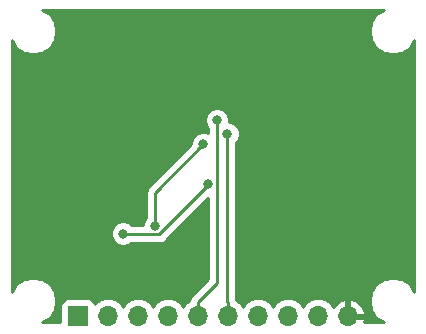
<source format=gbl>
G04 #@! TF.GenerationSoftware,KiCad,Pcbnew,(2018-02-15 revision 29b28de31)-makepkg*
G04 #@! TF.CreationDate,2018-12-22T18:26:03+03:00*
G04 #@! TF.ProjectId,CS5490_Breakout,4353353439305F427265616B6F75742E,rev?*
G04 #@! TF.SameCoordinates,Original*
G04 #@! TF.FileFunction,Copper,L2,Bot,Signal*
G04 #@! TF.FilePolarity,Positive*
%FSLAX46Y46*%
G04 Gerber Fmt 4.6, Leading zero omitted, Abs format (unit mm)*
G04 Created by KiCad (PCBNEW (2018-02-15 revision 29b28de31)-makepkg) date 12/22/18 18:26:03*
%MOMM*%
%LPD*%
G01*
G04 APERTURE LIST*
%ADD10R,1.700000X1.700000*%
%ADD11O,1.700000X1.700000*%
%ADD12C,0.800000*%
%ADD13C,0.250000*%
%ADD14C,0.254000*%
G04 APERTURE END LIST*
D10*
X139700000Y-123190000D03*
D11*
X142240000Y-123190000D03*
X144780000Y-123190000D03*
X147320000Y-123190000D03*
X149860000Y-123190000D03*
X152400000Y-123190000D03*
X154940000Y-123190000D03*
X157480000Y-123190000D03*
X160020000Y-123190000D03*
X162560000Y-123190000D03*
D12*
X150738800Y-112029500D03*
X143510000Y-116210000D03*
X150320200Y-108653500D03*
X146225300Y-115531700D03*
X167640000Y-119380000D03*
X167640000Y-113030000D03*
X167640000Y-106680000D03*
X167640000Y-101600000D03*
X134620000Y-101600000D03*
X134620000Y-106680000D03*
X134620000Y-113030000D03*
X134620000Y-119380000D03*
X163830000Y-97790000D03*
X157480000Y-97790000D03*
X151130000Y-97790000D03*
X144780000Y-97790000D03*
X138430000Y-97790000D03*
X152358300Y-107764400D03*
X151474500Y-106600300D03*
D13*
X143586000Y-116286000D02*
X143510000Y-116210000D01*
X146565100Y-116286000D02*
X143586000Y-116286000D01*
X150738800Y-112112300D02*
X146565100Y-116286000D01*
X150738800Y-112029500D02*
X150738800Y-112112300D01*
X146225300Y-112748400D02*
X150320200Y-108653500D01*
X146225300Y-115531700D02*
X146225300Y-112748400D01*
X152358300Y-121973000D02*
X152400000Y-122014700D01*
X152358300Y-107764400D02*
X152358300Y-121973000D01*
X152400000Y-123190000D02*
X152400000Y-122014700D01*
X151474500Y-120400200D02*
X151474500Y-106600300D01*
X149860000Y-122014700D02*
X151474500Y-120400200D01*
X149860000Y-123190000D02*
X149860000Y-122014700D01*
D14*
G36*
X164969929Y-97659929D02*
X164540719Y-98302287D01*
X164390000Y-99060000D01*
X164540719Y-99817713D01*
X164969929Y-100460071D01*
X165612287Y-100889281D01*
X166370000Y-101040000D01*
X167127713Y-100889281D01*
X167770071Y-100460071D01*
X168175000Y-99854052D01*
X168175001Y-121125949D01*
X167770071Y-120519929D01*
X167127713Y-120090719D01*
X166370000Y-119940000D01*
X165612287Y-120090719D01*
X164969929Y-120519929D01*
X164540719Y-121162287D01*
X164390000Y-121920000D01*
X164540719Y-122677713D01*
X164969929Y-123320071D01*
X165575948Y-123725000D01*
X163917842Y-123725000D01*
X164001486Y-123546892D01*
X163880819Y-123317000D01*
X162687000Y-123317000D01*
X162687000Y-123337000D01*
X162433000Y-123337000D01*
X162433000Y-123317000D01*
X162413000Y-123317000D01*
X162413000Y-123063000D01*
X162433000Y-123063000D01*
X162433000Y-121869845D01*
X162687000Y-121869845D01*
X162687000Y-123063000D01*
X163880819Y-123063000D01*
X164001486Y-122833108D01*
X163755183Y-122308642D01*
X163326924Y-121918355D01*
X162916890Y-121748524D01*
X162687000Y-121869845D01*
X162433000Y-121869845D01*
X162203110Y-121748524D01*
X161793076Y-121918355D01*
X161364817Y-122308642D01*
X161303843Y-122438478D01*
X161090625Y-122119375D01*
X160599418Y-121791161D01*
X160166256Y-121705000D01*
X159873744Y-121705000D01*
X159440582Y-121791161D01*
X158949375Y-122119375D01*
X158750000Y-122417761D01*
X158550625Y-122119375D01*
X158059418Y-121791161D01*
X157626256Y-121705000D01*
X157333744Y-121705000D01*
X156900582Y-121791161D01*
X156409375Y-122119375D01*
X156210000Y-122417761D01*
X156010625Y-122119375D01*
X155519418Y-121791161D01*
X155086256Y-121705000D01*
X154793744Y-121705000D01*
X154360582Y-121791161D01*
X153869375Y-122119375D01*
X153670000Y-122417761D01*
X153470625Y-122119375D01*
X153153571Y-121907526D01*
X153118300Y-121730208D01*
X153118300Y-108468111D01*
X153235731Y-108350680D01*
X153393300Y-107970274D01*
X153393300Y-107558526D01*
X153235731Y-107178120D01*
X152944580Y-106886969D01*
X152564174Y-106729400D01*
X152509500Y-106729400D01*
X152509500Y-106394426D01*
X152351931Y-106014020D01*
X152060780Y-105722869D01*
X151680374Y-105565300D01*
X151268626Y-105565300D01*
X150888220Y-105722869D01*
X150597069Y-106014020D01*
X150439500Y-106394426D01*
X150439500Y-106806174D01*
X150597069Y-107186580D01*
X150714501Y-107304012D01*
X150714501Y-107696549D01*
X150526074Y-107618500D01*
X150114326Y-107618500D01*
X149733920Y-107776069D01*
X149442769Y-108067220D01*
X149285200Y-108447626D01*
X149285200Y-108613698D01*
X145740828Y-112158071D01*
X145677372Y-112200471D01*
X145634972Y-112263927D01*
X145634971Y-112263928D01*
X145509397Y-112451863D01*
X145450412Y-112748400D01*
X145465301Y-112823252D01*
X145465300Y-114827989D01*
X145347869Y-114945420D01*
X145190300Y-115325826D01*
X145190300Y-115526000D01*
X144289711Y-115526000D01*
X144096280Y-115332569D01*
X143715874Y-115175000D01*
X143304126Y-115175000D01*
X142923720Y-115332569D01*
X142632569Y-115623720D01*
X142475000Y-116004126D01*
X142475000Y-116415874D01*
X142632569Y-116796280D01*
X142923720Y-117087431D01*
X143304126Y-117245000D01*
X143715874Y-117245000D01*
X144096280Y-117087431D01*
X144137711Y-117046000D01*
X146490253Y-117046000D01*
X146565100Y-117060888D01*
X146639947Y-117046000D01*
X146639952Y-117046000D01*
X146861637Y-117001904D01*
X147113029Y-116833929D01*
X147155431Y-116770470D01*
X150714501Y-113211401D01*
X150714500Y-120085398D01*
X149375528Y-121424371D01*
X149312072Y-121466771D01*
X149144097Y-121718163D01*
X149113926Y-121869845D01*
X149106430Y-121907525D01*
X148789375Y-122119375D01*
X148590000Y-122417761D01*
X148390625Y-122119375D01*
X147899418Y-121791161D01*
X147466256Y-121705000D01*
X147173744Y-121705000D01*
X146740582Y-121791161D01*
X146249375Y-122119375D01*
X146050000Y-122417761D01*
X145850625Y-122119375D01*
X145359418Y-121791161D01*
X144926256Y-121705000D01*
X144633744Y-121705000D01*
X144200582Y-121791161D01*
X143709375Y-122119375D01*
X143510000Y-122417761D01*
X143310625Y-122119375D01*
X142819418Y-121791161D01*
X142386256Y-121705000D01*
X142093744Y-121705000D01*
X141660582Y-121791161D01*
X141169375Y-122119375D01*
X141157184Y-122137619D01*
X141148157Y-122092235D01*
X141007809Y-121882191D01*
X140797765Y-121741843D01*
X140550000Y-121692560D01*
X138850000Y-121692560D01*
X138602235Y-121741843D01*
X138392191Y-121882191D01*
X138251843Y-122092235D01*
X138202560Y-122340000D01*
X138202560Y-123725000D01*
X136684052Y-123725000D01*
X137290071Y-123320071D01*
X137719281Y-122677713D01*
X137870000Y-121920000D01*
X137719281Y-121162287D01*
X137290071Y-120519929D01*
X136647713Y-120090719D01*
X135890000Y-119940000D01*
X135132287Y-120090719D01*
X134489929Y-120519929D01*
X134085000Y-121125948D01*
X134085000Y-99854052D01*
X134489929Y-100460071D01*
X135132287Y-100889281D01*
X135890000Y-101040000D01*
X136647713Y-100889281D01*
X137290071Y-100460071D01*
X137719281Y-99817713D01*
X137870000Y-99060000D01*
X137719281Y-98302287D01*
X137290071Y-97659929D01*
X136684052Y-97255000D01*
X165575948Y-97255000D01*
X164969929Y-97659929D01*
X164969929Y-97659929D01*
G37*
X164969929Y-97659929D02*
X164540719Y-98302287D01*
X164390000Y-99060000D01*
X164540719Y-99817713D01*
X164969929Y-100460071D01*
X165612287Y-100889281D01*
X166370000Y-101040000D01*
X167127713Y-100889281D01*
X167770071Y-100460071D01*
X168175000Y-99854052D01*
X168175001Y-121125949D01*
X167770071Y-120519929D01*
X167127713Y-120090719D01*
X166370000Y-119940000D01*
X165612287Y-120090719D01*
X164969929Y-120519929D01*
X164540719Y-121162287D01*
X164390000Y-121920000D01*
X164540719Y-122677713D01*
X164969929Y-123320071D01*
X165575948Y-123725000D01*
X163917842Y-123725000D01*
X164001486Y-123546892D01*
X163880819Y-123317000D01*
X162687000Y-123317000D01*
X162687000Y-123337000D01*
X162433000Y-123337000D01*
X162433000Y-123317000D01*
X162413000Y-123317000D01*
X162413000Y-123063000D01*
X162433000Y-123063000D01*
X162433000Y-121869845D01*
X162687000Y-121869845D01*
X162687000Y-123063000D01*
X163880819Y-123063000D01*
X164001486Y-122833108D01*
X163755183Y-122308642D01*
X163326924Y-121918355D01*
X162916890Y-121748524D01*
X162687000Y-121869845D01*
X162433000Y-121869845D01*
X162203110Y-121748524D01*
X161793076Y-121918355D01*
X161364817Y-122308642D01*
X161303843Y-122438478D01*
X161090625Y-122119375D01*
X160599418Y-121791161D01*
X160166256Y-121705000D01*
X159873744Y-121705000D01*
X159440582Y-121791161D01*
X158949375Y-122119375D01*
X158750000Y-122417761D01*
X158550625Y-122119375D01*
X158059418Y-121791161D01*
X157626256Y-121705000D01*
X157333744Y-121705000D01*
X156900582Y-121791161D01*
X156409375Y-122119375D01*
X156210000Y-122417761D01*
X156010625Y-122119375D01*
X155519418Y-121791161D01*
X155086256Y-121705000D01*
X154793744Y-121705000D01*
X154360582Y-121791161D01*
X153869375Y-122119375D01*
X153670000Y-122417761D01*
X153470625Y-122119375D01*
X153153571Y-121907526D01*
X153118300Y-121730208D01*
X153118300Y-108468111D01*
X153235731Y-108350680D01*
X153393300Y-107970274D01*
X153393300Y-107558526D01*
X153235731Y-107178120D01*
X152944580Y-106886969D01*
X152564174Y-106729400D01*
X152509500Y-106729400D01*
X152509500Y-106394426D01*
X152351931Y-106014020D01*
X152060780Y-105722869D01*
X151680374Y-105565300D01*
X151268626Y-105565300D01*
X150888220Y-105722869D01*
X150597069Y-106014020D01*
X150439500Y-106394426D01*
X150439500Y-106806174D01*
X150597069Y-107186580D01*
X150714501Y-107304012D01*
X150714501Y-107696549D01*
X150526074Y-107618500D01*
X150114326Y-107618500D01*
X149733920Y-107776069D01*
X149442769Y-108067220D01*
X149285200Y-108447626D01*
X149285200Y-108613698D01*
X145740828Y-112158071D01*
X145677372Y-112200471D01*
X145634972Y-112263927D01*
X145634971Y-112263928D01*
X145509397Y-112451863D01*
X145450412Y-112748400D01*
X145465301Y-112823252D01*
X145465300Y-114827989D01*
X145347869Y-114945420D01*
X145190300Y-115325826D01*
X145190300Y-115526000D01*
X144289711Y-115526000D01*
X144096280Y-115332569D01*
X143715874Y-115175000D01*
X143304126Y-115175000D01*
X142923720Y-115332569D01*
X142632569Y-115623720D01*
X142475000Y-116004126D01*
X142475000Y-116415874D01*
X142632569Y-116796280D01*
X142923720Y-117087431D01*
X143304126Y-117245000D01*
X143715874Y-117245000D01*
X144096280Y-117087431D01*
X144137711Y-117046000D01*
X146490253Y-117046000D01*
X146565100Y-117060888D01*
X146639947Y-117046000D01*
X146639952Y-117046000D01*
X146861637Y-117001904D01*
X147113029Y-116833929D01*
X147155431Y-116770470D01*
X150714501Y-113211401D01*
X150714500Y-120085398D01*
X149375528Y-121424371D01*
X149312072Y-121466771D01*
X149144097Y-121718163D01*
X149113926Y-121869845D01*
X149106430Y-121907525D01*
X148789375Y-122119375D01*
X148590000Y-122417761D01*
X148390625Y-122119375D01*
X147899418Y-121791161D01*
X147466256Y-121705000D01*
X147173744Y-121705000D01*
X146740582Y-121791161D01*
X146249375Y-122119375D01*
X146050000Y-122417761D01*
X145850625Y-122119375D01*
X145359418Y-121791161D01*
X144926256Y-121705000D01*
X144633744Y-121705000D01*
X144200582Y-121791161D01*
X143709375Y-122119375D01*
X143510000Y-122417761D01*
X143310625Y-122119375D01*
X142819418Y-121791161D01*
X142386256Y-121705000D01*
X142093744Y-121705000D01*
X141660582Y-121791161D01*
X141169375Y-122119375D01*
X141157184Y-122137619D01*
X141148157Y-122092235D01*
X141007809Y-121882191D01*
X140797765Y-121741843D01*
X140550000Y-121692560D01*
X138850000Y-121692560D01*
X138602235Y-121741843D01*
X138392191Y-121882191D01*
X138251843Y-122092235D01*
X138202560Y-122340000D01*
X138202560Y-123725000D01*
X136684052Y-123725000D01*
X137290071Y-123320071D01*
X137719281Y-122677713D01*
X137870000Y-121920000D01*
X137719281Y-121162287D01*
X137290071Y-120519929D01*
X136647713Y-120090719D01*
X135890000Y-119940000D01*
X135132287Y-120090719D01*
X134489929Y-120519929D01*
X134085000Y-121125948D01*
X134085000Y-99854052D01*
X134489929Y-100460071D01*
X135132287Y-100889281D01*
X135890000Y-101040000D01*
X136647713Y-100889281D01*
X137290071Y-100460071D01*
X137719281Y-99817713D01*
X137870000Y-99060000D01*
X137719281Y-98302287D01*
X137290071Y-97659929D01*
X136684052Y-97255000D01*
X165575948Y-97255000D01*
X164969929Y-97659929D01*
M02*

</source>
